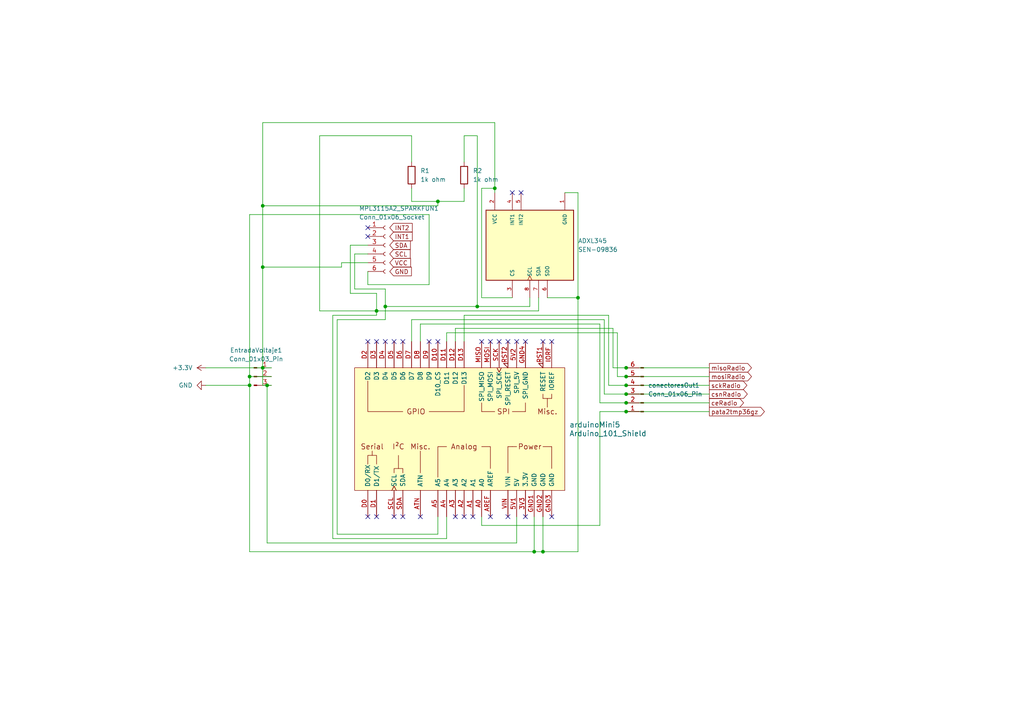
<source format=kicad_sch>
(kicad_sch (version 20231120) (generator "eeschema") (generator_version "8.0")
  (paper "A4")
  (lib_symbols
    (symbol "Connector:Conn_01x03_Pin" (pin_names (offset 1.016) hide)
      (property "Reference" "J" (at 0 5.08 0))
      (property "Value" "Conn_01x03_Pin" (at 0 -5.08 0))
      (symbol "Conn_01x03_Pin_1_1"
        (polyline (pts (xy 1.27 -2.54) (xy 0.8636 -2.54)) (stroke (width 0.1524)))
        (polyline (pts (xy 1.27 0) (xy 0.8636 0)) (stroke (width 0.1524)))
        (polyline (pts (xy 1.27 2.54) (xy 0.8636 2.54)) (stroke (width 0.1524)))
        (rectangle (start 0.8636 -2.413) (end 0 -2.667) (stroke (width 0.1524)) (fill (type outline)))
        (rectangle (start 0.8636 0.127) (end 0 -0.127) (stroke (width 0.1524)) (fill (type outline)))
        (rectangle (start 0.8636 2.667) (end 0 2.413) (stroke (width 0.1524)) (fill (type outline)))
        (pin passive line (at 5.08 2.54 180) (length 3.81) (name "Pin_1") (number "1"))
        (pin passive line (at 5.08 0 180) (length 3.81) (name "Pin_2") (number "2"))
        (pin passive line (at 5.08 -2.54 180) (length 3.81) (name "Pin_3") (number "3"))
      )
    )
    (symbol "Connector:Conn_01x06_Pin" (pin_names (offset 1.016) hide)
      (property "Reference" "J" (at 0 7.62 0))
      (property "Value" "Conn_01x06_Pin" (at 0 -10.16 0))
      (symbol "Conn_01x06_Pin_1_1"
        (polyline (pts (xy 1.27 -7.62) (xy 0.8636 -7.62)) (stroke (width 0.1524)))
        (polyline (pts (xy 1.27 -5.08) (xy 0.8636 -5.08)) (stroke (width 0.1524)))
        (polyline (pts (xy 1.27 -2.54) (xy 0.8636 -2.54)) (stroke (width 0.1524)))
        (polyline (pts (xy 1.27 0) (xy 0.8636 0)) (stroke (width 0.1524)))
        (polyline (pts (xy 1.27 2.54) (xy 0.8636 2.54)) (stroke (width 0.1524)))
        (polyline (pts (xy 1.27 5.08) (xy 0.8636 5.08)) (stroke (width 0.1524)))
        (rectangle (start 0.8636 -7.493) (end 0 -7.747) (stroke (width 0.1524)) (fill (type outline)))
        (rectangle (start 0.8636 -4.953) (end 0 -5.207) (stroke (width 0.1524)) (fill (type outline)))
        (rectangle (start 0.8636 -2.413) (end 0 -2.667) (stroke (width 0.1524)) (fill (type outline)))
        (rectangle (start 0.8636 0.127) (end 0 -0.127) (stroke (width 0.1524)) (fill (type outline)))
        (rectangle (start 0.8636 2.667) (end 0 2.413) (stroke (width 0.1524)) (fill (type outline)))
        (rectangle (start 0.8636 5.207) (end 0 4.953) (stroke (width 0.1524)) (fill (type outline)))
        (pin passive line (at 5.08 5.08 180) (length 3.81) (name "Pin_1") (number "1"))
        (pin passive line (at 5.08 2.54 180) (length 3.81) (name "Pin_2") (number "2"))
        (pin passive line (at 5.08 0 180) (length 3.81) (name "Pin_3") (number "3"))
        (pin passive line (at 5.08 -2.54 180) (length 3.81) (name "Pin_4") (number "4"))
        (pin passive line (at 5.08 -5.08 180) (length 3.81) (name "Pin_5") (number "5"))
        (pin passive line (at 5.08 -7.62 180) (length 3.81) (name "Pin_6") (number "6"))
      )
    )
    (symbol "Connector:Conn_01x06_Socket" (pin_names (offset 1.016) hide)
      (property "Reference" "J" (at 0 7.62 0))
      (property "Value" "Conn_01x06_Socket" (at 0 -10.16 0))
      (symbol "Conn_01x06_Socket_1_1"
        (arc (start 0 -7.112) (mid -0.5058 -7.62) (end 0 -8.128) (stroke (width 0.1524)))
        (arc (start 0 -4.572) (mid -0.5058 -5.08) (end 0 -5.588) (stroke (width 0.1524)))
        (arc (start 0 -2.032) (mid -0.5058 -2.54) (end 0 -3.048) (stroke (width 0.1524)))
        (polyline (pts (xy -1.27 -7.62) (xy -0.508 -7.62)) (stroke (width 0.1524)))
        (polyline (pts (xy -1.27 -5.08) (xy -0.508 -5.08)) (stroke (width 0.1524)))
        (polyline (pts (xy -1.27 -2.54) (xy -0.508 -2.54)) (stroke (width 0.1524)))
        (polyline (pts (xy -1.27 0) (xy -0.508 0)) (stroke (width 0.1524)))
        (polyline (pts (xy -1.27 2.54) (xy -0.508 2.54)) (stroke (width 0.1524)))
        (polyline (pts (xy -1.27 5.08) (xy -0.508 5.08)) (stroke (width 0.1524)))
        (arc (start 0 0.508) (mid -0.5058 0) (end 0 -0.508) (stroke (width 0.1524)))
        (arc (start 0 3.048) (mid -0.5058 2.54) (end 0 2.032) (stroke (width 0.1524)))
        (arc (start 0 5.588) (mid -0.5058 5.08) (end 0 4.572) (stroke (width 0.1524)))
        (pin passive line (at -5.08 5.08 0) (length 3.81) (name "Pin_1") (number "1"))
        (pin passive line (at -5.08 2.54 0) (length 3.81) (name "Pin_2") (number "2"))
        (pin passive line (at -5.08 0 0) (length 3.81) (name "Pin_3") (number "3"))
        (pin passive line (at -5.08 -2.54 0) (length 3.81) (name "Pin_4") (number "4"))
        (pin passive line (at -5.08 -5.08 0) (length 3.81) (name "Pin_5") (number "5"))
        (pin passive line (at -5.08 -7.62 0) (length 3.81) (name "Pin_6") (number "6"))
      )
    )
    (symbol "Device:R" (pin_numbers hide) (pin_names (offset 0))
      (property "Reference" "R" (at 2.032 0 90))
      (property "Value" "R" (at 0 0 90))
      (symbol "R_0_1"
        (rectangle (start -1.016 -2.54) (end 1.016 2.54) (stroke (width 0.254)))
      )
      (symbol "R_1_1"
        (pin passive line (at 0 3.81 270) (length 1.27) (name "~") (number "1"))
        (pin passive line (at 0 -3.81 90) (length 1.27) (name "~") (number "2"))
      )
    )
    (symbol "adxl345:SEN-09836" (pin_names (offset 1.016))
      (property "Reference" "U" (at -10.16 13.462 0))
      (property "Value" "SEN-09836" (at -10.16 -15.24 0))
      (symbol "SEN-09836_0_0"
        (rectangle (start -10.16 -12.7) (end 10.16 12.7) (stroke (width 0.254)) (fill (type background)))
        (pin power_in line (at 15.24 -10.16 180) (length 5.08) (name "GND") (number "1"))
        (pin power_in line (at 15.24 10.16 180) (length 5.08) (name "VCC") (number "2"))
        (pin input line (at -15.24 5.08 0) (length 5.08) (name "CS") (number "3"))
        (pin output line (at 15.24 5.08 180) (length 5.08) (name "INT1") (number "4"))
        (pin output line (at 15.24 2.54 180) (length 5.08) (name "INT2") (number "5"))
        (pin output line (at -15.24 -5.08 0) (length 5.08) (name "SDO") (number "6"))
        (pin bidirectional line (at -15.24 -2.54 0) (length 5.08) (name "SDA") (number "7"))
        (pin input clock (at -15.24 0 0) (length 5.08) (name "SCL") (number "8"))
      )
    )
    (symbol "arduino_mini:Arduino_101_Shield" (pin_names (offset 1.016))
      (property "Reference" "A" (at 0 36.83 0))
      (property "Value" "Arduino_101_Shield" (at 0 33.02 0))
      (symbol "Arduino_101_Shield_0_0"
        (rectangle (start -17.78 30.48) (end 17.78 -30.48) (fill (type background)))
        (rectangle (start -12.7 -13.97) (end -5.08 -13.97))
        (rectangle (start -11.43 -26.67) (end -5.08 -26.67))
        (polyline (pts (xy -11.43 17.78) (xy -7.62 17.78)))
        (polyline (pts (xy -7.62 25.4) (xy -6.35 25.4)))
        (polyline (pts (xy -6.35 11.43) (xy -12.7 11.43)))
        (polyline (pts (xy -5.08 -26.67) (xy -5.08 -24.13)))
        (polyline (pts (xy -5.08 -15.24) (xy -5.08 -16.51)))
        (polyline (pts (xy -5.08 -13.97) (xy -5.08 -15.24)))
        (polyline (pts (xy -5.08 -6.35) (xy -5.08 -8.89) (xy -11.43 -8.89)))
        (polyline (pts (xy -5.08 3.81) (xy -5.08 6.35) (xy -13.97 6.35)))
        (polyline (pts (xy 5.08 8.89) (xy 5.08 -1.27) (xy 12.7 -1.27)))
        (polyline (pts (xy 5.08 16.51) (xy 5.08 26.67) (xy 13.97 26.67)))
        (polyline (pts (xy -12.7 19.05) (xy -11.43 19.05) (xy -11.43 16.51) (xy -12.7 16.51)))
        (polyline (pts (xy -10.16 26.67) (xy -7.62 26.67) (xy -7.62 24.13) (xy -10.16 24.13)))
        (rectangle (start 5.08 -19.05) (end 5.08 -15.24))
        (rectangle (start 5.08 -19.05) (end 7.62 -19.05))
        (rectangle (start 5.08 -10.16) (end 5.08 -6.35))
        (rectangle (start 7.62 -6.35) (end 5.08 -6.35))
        (rectangle (start 8.89 -25.4) (end 6.35 -25.4))
        (rectangle (start 8.89 -24.13) (end 8.89 -26.67))
        (rectangle (start 10.16 -26.67) (end 8.89 -26.67))
        (rectangle (start 10.16 -24.13) (end 8.89 -24.13))
        (text "Analog" (at -5.08 -1.27 900) (effects (font (size 1.524 1.524))))
        (text "I²C" (at -5.08 17.78 900) (effects (font (size 1.524 1.524))))
        (text "Misc." (at -5.08 11.43 900) (effects (font (size 1.524 1.524))))
        (text "Misc." (at 5.08 -25.4 900) (effects (font (size 1.524 1.524))))
        (text "Power" (at -5.08 -20.32 900) (effects (font (size 1.524 1.524))))
        (text "Serial" (at -5.08 25.4 900) (effects (font (size 1.524 1.524))))
        (text "SPI" (at 5.08 -12.7 900) (effects (font (size 1.524 1.524))))
      )
      (symbol "Arduino_101_Shield_1_0"
        (text "GPIO" (at 5.08 12.7 900) (effects (font (size 1.524 1.524))))
      )
      (symbol "Arduino_101_Shield_1_1"
        (pin power_out line (at -25.4 -19.05 0) (length 7.62) (name "3.3V") (number "3V3"))
        (pin power_in line (at -25.4 -16.51 0) (length 7.62) (name "5V") (number "5V1"))
        (pin power_in line (at 25.4 -16.51 180) (length 7.62) (name "SPI_5V") (number "5V2"))
        (pin bidirectional line (at -25.4 -6.35 0) (length 7.62) (name "A0") (number "A0"))
        (pin bidirectional line (at -25.4 -3.81 0) (length 7.62) (name "A1") (number "A1"))
        (pin bidirectional line (at -25.4 -1.27 0) (length 7.62) (name "A2") (number "A2"))
        (pin bidirectional line (at -25.4 1.27 0) (length 7.62) (name "A3") (number "A3"))
        (pin bidirectional line (at -25.4 3.81 0) (length 7.62) (name "A4") (number "A4"))
        (pin bidirectional line (at -25.4 6.35 0) (length 7.62) (name "A5") (number "A5"))
        (pin input line (at -25.4 -8.89 0) (length 7.62) (name "AREF") (number "AREF"))
        (pin bidirectional line (at -25.4 11.43 0) (length 7.62) (name "ATN") (number "ATN"))
        (pin bidirectional line (at -25.4 26.67 0) (length 7.62) (name "D0/RX") (number "D0"))
        (pin bidirectional line (at -25.4 24.13 0) (length 7.62) (name "D1/TX") (number "D1"))
        (pin bidirectional line (at 25.4 6.35 180) (length 7.62) (name "D10_CS") (number "D10"))
        (pin bidirectional line (at 25.4 3.81 180) (length 7.62) (name "D11") (number "D11"))
        (pin bidirectional line (at 25.4 1.27 180) (length 7.62) (name "D12") (number "D12"))
        (pin bidirectional line (at 25.4 -1.27 180) (length 7.62) (name "D13") (number "D13"))
        (pin bidirectional line (at 25.4 26.67 180) (length 7.62) (name "D2") (number "D2"))
        (pin bidirectional line (at 25.4 24.13 180) (length 7.62) (name "D3") (number "D3"))
        (pin bidirectional line (at 25.4 21.59 180) (length 7.62) (name "D4") (number "D4"))
        (pin bidirectional line (at 25.4 19.05 180) (length 7.62) (name "D5") (number "D5"))
        (pin bidirectional line (at 25.4 16.51 180) (length 7.62) (name "D6") (number "D6"))
        (pin bidirectional line (at 25.4 13.97 180) (length 7.62) (name "D7") (number "D7"))
        (pin bidirectional line (at 25.4 11.43 180) (length 7.62) (name "D8") (number "D8"))
        (pin bidirectional line (at 25.4 8.89 180) (length 7.62) (name "D9") (number "D9"))
        (pin power_in line (at -25.4 -21.59 0) (length 7.62) (name "GND") (number "GND1"))
        (pin power_in line (at -25.4 -24.13 0) (length 7.62) (name "GND") (number "GND2"))
        (pin power_in line (at -25.4 -26.67 0) (length 7.62) (name "GND") (number "GND3"))
        (pin power_in line (at 25.4 -19.05 180) (length 7.62) (name "SPI_GND") (number "GND4"))
        (pin output line (at 25.4 -26.67 180) (length 7.62) (name "IOREF") (number "IORF"))
        (pin input line (at 25.4 -6.35 180) (length 7.62) (name "SPI_MISO") (number "MISO"))
        (pin output line (at 25.4 -8.89 180) (length 7.62) (name "SPI_MOSI") (number "MOSI"))
        (pin open_collector input_low (at 25.4 -24.13 180) (length 7.62) (name "RESET") (number "RST1"))
        (pin open_collector input_low (at 25.4 -13.97 180) (length 7.62) (name "SPI_RESET") (number "RST2"))
        (pin output clock (at 25.4 -11.43 180) (length 7.62) (name "SPI_SCK") (number "SCK"))
        (pin bidirectional clock (at -25.4 19.05 0) (length 7.62) (name "SCL") (number "SCL"))
        (pin bidirectional line (at -25.4 16.51 0) (length 7.62) (name "SDA") (number "SDA"))
        (pin power_in line (at -25.4 -13.97 0) (length 7.62) (name "VIN") (number "VIN"))
      )
    )
    (symbol "power:+3.3V" (power) (pin_numbers hide) (pin_names (offset 0) hide)
      (property "Value" "+3.3V" (at 0 3.556 0))
      (symbol "+3.3V_0_1"
        (polyline (pts (xy -0.762 1.27) (xy 0 2.54)))
        (polyline (pts (xy 0 0) (xy 0 2.54)))
        (polyline (pts (xy 0 2.54) (xy 0.762 1.27)))
      )
      (symbol "+3.3V_1_1"
        (pin power_in line (at 0 0 90) (length 0) (name "~") (number "1"))
      )
    )
    (symbol "power:GND" (power) (pin_numbers hide) (pin_names (offset 0) hide)
      (property "Value" "GND" (at 0 -3.81 0))
      (symbol "GND_0_1"
        (polyline (pts (xy 0 0) (xy 0 -1.27) (xy 1.27 -1.27) (xy 0 -2.54) (xy -1.27 -1.27) (xy 0 -1.27)))
      )
      (symbol "GND_1_1"
        (pin power_in line (at 0 0 270) (length 0) (name "~") (number "1"))
      )
    )
  )
  (junction (at 76.2 59.69))
  (junction (at 76.2 77.47))
  (junction (at 72.39 109.22))
  (junction (at 167.64 86.36))
  (junction (at 109.22 90.17))
  (junction (at 181.61 111.76))
  (junction (at 138.43 88.9))
  (junction (at 127 58.42))
  (junction (at 181.61 106.68))
  (junction (at 72.39 111.76))
  (junction (at 181.61 116.84))
  (junction (at 76.2 106.68))
  (junction (at 181.61 119.38))
  (junction (at 143.51 54.61))
  (junction (at 111.76 88.9))
  (junction (at 77.47 111.76))
  (junction (at 154.94 160.02))
  (junction (at 181.61 109.22))
  (junction (at 181.61 114.3))
  (junction (at 157.48 160.02))
  (no_connect (at 116.84 149.86))
  (no_connect (at 149.86 99.06))
  (no_connect (at 142.24 99.06))
  (no_connect (at 148.59 55.88))
  (no_connect (at 124.46 99.06))
  (no_connect (at 109.22 99.06))
  (no_connect (at 144.78 99.06))
  (no_connect (at 147.32 99.06))
  (no_connect (at 114.3 99.06))
  (no_connect (at 147.32 149.86))
  (no_connect (at 137.16 149.86))
  (no_connect (at 152.4 149.86))
  (no_connect (at 121.92 149.86))
  (no_connect (at 160.02 99.06))
  (no_connect (at 152.4 99.06))
  (no_connect (at 106.68 68.58))
  (no_connect (at 109.22 149.86))
  (no_connect (at 139.7 99.06))
  (no_connect (at 111.76 99.06))
  (no_connect (at 106.68 149.86))
  (no_connect (at 106.68 66.04))
  (no_connect (at 142.24 149.86))
  (no_connect (at 157.48 99.06))
  (no_connect (at 106.68 99.06))
  (no_connect (at 116.84 99.06))
  (no_connect (at 151.13 55.88))
  (no_connect (at 132.08 149.86))
  (no_connect (at 134.62 149.86))
  (no_connect (at 127 99.06))
  (no_connect (at 160.02 149.86))
  (no_connect (at 114.3 149.86))
  (wire (pts (xy 72.39 109.22) (xy 72.39 111.76)))
  (wire (pts (xy 127 154.94) (xy 97.79 154.94)))
  (wire (pts (xy 167.64 55.88) (xy 167.64 86.36)))
  (wire (pts (xy 173.99 116.84) (xy 181.61 116.84)))
  (wire (pts (xy 77.47 157.48) (xy 77.47 111.76)))
  (wire (pts (xy 101.6 71.12) (xy 101.6 85.09)))
  (wire (pts (xy 77.47 111.76) (xy 76.2 111.76)))
  (wire (pts (xy 76.2 35.56) (xy 76.2 59.69)))
  (wire (pts (xy 143.51 35.56) (xy 76.2 35.56)))
  (wire (pts (xy 119.38 39.37) (xy 92.71 39.37)))
  (wire (pts (xy 127 59.69) (xy 76.2 59.69)))
  (wire (pts (xy 119.38 99.06) (xy 119.38 92.71)))
  (wire (pts (xy 106.68 76.2) (xy 99.06 76.2)))
  (wire (pts (xy 154.94 160.02) (xy 72.39 160.02)))
  (wire (pts (xy 181.61 111.76) (xy 205.74 111.76)))
  (wire (pts (xy 175.26 92.71) (xy 175.26 114.3)))
  (wire (pts (xy 99.06 77.47) (xy 76.2 77.47)))
  (wire (pts (xy 181.61 116.84) (xy 205.74 116.84)))
  (wire (pts (xy 149.86 157.48) (xy 77.47 157.48)))
  (wire (pts (xy 127 58.42) (xy 134.62 58.42)))
  (wire (pts (xy 138.43 39.37) (xy 138.43 88.9)))
  (wire (pts (xy 129.54 149.86) (xy 129.54 156.21)))
  (wire (pts (xy 92.71 39.37) (xy 92.71 90.17)))
  (wire (pts (xy 179.07 96.52) (xy 179.07 109.22)))
  (wire (pts (xy 173.99 93.98) (xy 173.99 116.84)))
  (wire (pts (xy 138.43 88.9) (xy 111.76 88.9)))
  (wire (pts (xy 156.21 90.17) (xy 109.22 90.17)))
  (wire (pts (xy 139.7 86.36) (xy 139.7 54.61)))
  (wire (pts (xy 106.68 71.12) (xy 101.6 71.12)))
  (wire (pts (xy 119.38 54.61) (xy 119.38 58.42)))
  (wire (pts (xy 139.7 149.86) (xy 139.7 152.4)))
  (wire (pts (xy 175.26 114.3) (xy 181.61 114.3)))
  (wire (pts (xy 76.2 77.47) (xy 76.2 106.68)))
  (wire (pts (xy 132.08 99.06) (xy 132.08 95.25)))
  (wire (pts (xy 156.21 86.36) (xy 156.21 90.17)))
  (wire (pts (xy 177.8 106.68) (xy 181.61 106.68)))
  (wire (pts (xy 134.62 99.06) (xy 134.62 91.44)))
  (wire (pts (xy 129.54 96.52) (xy 179.07 96.52)))
  (wire (pts (xy 72.39 62.23) (xy 72.39 109.22)))
  (wire (pts (xy 109.22 90.17) (xy 109.22 91.44)))
  (wire (pts (xy 106.68 73.66) (xy 102.87 73.66)))
  (wire (pts (xy 134.62 58.42) (xy 134.62 54.61)))
  (wire (pts (xy 132.08 95.25) (xy 177.8 95.25)))
  (wire (pts (xy 124.46 62.23) (xy 72.39 62.23)))
  (wire (pts (xy 96.52 156.21) (xy 96.52 91.44)))
  (wire (pts (xy 99.06 76.2) (xy 99.06 77.47)))
  (wire (pts (xy 72.39 111.76) (xy 72.39 160.02)))
  (wire (pts (xy 179.07 109.22) (xy 181.61 109.22)))
  (wire (pts (xy 59.69 111.76) (xy 72.39 111.76)))
  (wire (pts (xy 143.51 55.88) (xy 143.51 54.61)))
  (wire (pts (xy 163.83 55.88) (xy 167.64 55.88)))
  (wire (pts (xy 129.54 156.21) (xy 96.52 156.21)))
  (wire (pts (xy 76.2 59.69) (xy 76.2 77.47)))
  (wire (pts (xy 119.38 92.71) (xy 175.26 92.71)))
  (wire (pts (xy 106.68 78.74) (xy 106.68 82.55)))
  (wire (pts (xy 181.61 114.3) (xy 205.74 114.3)))
  (wire (pts (xy 111.76 83.82) (xy 111.76 88.9)))
  (wire (pts (xy 109.22 85.09) (xy 109.22 90.17)))
  (wire (pts (xy 78.74 111.76) (xy 77.47 111.76)))
  (wire (pts (xy 127 58.42) (xy 127 59.69)))
  (wire (pts (xy 153.67 88.9) (xy 138.43 88.9)))
  (wire (pts (xy 59.69 106.68) (xy 76.2 106.68)))
  (wire (pts (xy 119.38 46.99) (xy 119.38 39.37)))
  (wire (pts (xy 149.86 149.86) (xy 149.86 157.48)))
  (wire (pts (xy 173.99 152.4) (xy 173.99 119.38)))
  (wire (pts (xy 121.92 99.06) (xy 121.92 93.98)))
  (wire (pts (xy 106.68 82.55) (xy 124.46 82.55)))
  (wire (pts (xy 96.52 91.44) (xy 109.22 91.44)))
  (wire (pts (xy 101.6 85.09) (xy 109.22 85.09)))
  (wire (pts (xy 76.2 106.68) (xy 78.74 106.68)))
  (wire (pts (xy 134.62 46.99) (xy 134.62 39.37)))
  (wire (pts (xy 97.79 154.94) (xy 97.79 92.71)))
  (wire (pts (xy 134.62 91.44) (xy 176.53 91.44)))
  (wire (pts (xy 124.46 62.23) (xy 124.46 82.55)))
  (wire (pts (xy 154.94 149.86) (xy 154.94 160.02)))
  (wire (pts (xy 176.53 111.76) (xy 181.61 111.76)))
  (wire (pts (xy 158.75 86.36) (xy 167.64 86.36)))
  (wire (pts (xy 129.54 99.06) (xy 129.54 96.52)))
  (wire (pts (xy 173.99 119.38) (xy 181.61 119.38)))
  (wire (pts (xy 176.53 91.44) (xy 176.53 111.76)))
  (wire (pts (xy 139.7 152.4) (xy 173.99 152.4)))
  (wire (pts (xy 177.8 95.25) (xy 177.8 106.68)))
  (wire (pts (xy 148.59 86.36) (xy 139.7 86.36)))
  (wire (pts (xy 181.61 109.22) (xy 205.74 109.22)))
  (wire (pts (xy 102.87 83.82) (xy 111.76 83.82)))
  (wire (pts (xy 72.39 109.22) (xy 78.74 109.22)))
  (wire (pts (xy 157.48 149.86) (xy 157.48 160.02)))
  (wire (pts (xy 143.51 54.61) (xy 143.51 35.56)))
  (wire (pts (xy 92.71 90.17) (xy 109.22 90.17)))
  (wire (pts (xy 102.87 73.66) (xy 102.87 83.82)))
  (wire (pts (xy 76.2 111.76) (xy 76.2 106.68)))
  (wire (pts (xy 97.79 92.71) (xy 111.76 92.71)))
  (wire (pts (xy 139.7 54.61) (xy 143.51 54.61)))
  (wire (pts (xy 121.92 93.98) (xy 173.99 93.98)))
  (wire (pts (xy 153.67 86.36) (xy 153.67 88.9)))
  (wire (pts (xy 134.62 39.37) (xy 138.43 39.37)))
  (wire (pts (xy 157.48 160.02) (xy 167.64 160.02)))
  (wire (pts (xy 181.61 119.38) (xy 205.74 119.38)))
  (wire (pts (xy 127 149.86) (xy 127 154.94)))
  (wire (pts (xy 111.76 92.71) (xy 111.76 88.9)))
  (wire (pts (xy 154.94 160.02) (xy 157.48 160.02)))
  (wire (pts (xy 119.38 58.42) (xy 127 58.42)))
  (wire (pts (xy 167.64 86.36) (xy 167.64 160.02)))
  (wire (pts (xy 181.61 106.68) (xy 205.74 106.68)))
  (global_label "SCL" (shape input) (at 113.03 73.66 0) (property "Intersheetrefs" "${INTERSHEET_REFS}" (effects (hide yes))))
  (global_label "sckRadio" (shape output) (at 205.74 111.76 0) (property "Intersheetrefs" "${INTERSHEET_REFS}" (effects (hide yes))))
  (global_label "csnRadio" (shape output) (at 205.74 114.3 0) (property "Intersheetrefs" "${INTERSHEET_REFS}" (effects (hide yes))))
  (global_label "INT1" (shape input) (at 113.03 68.58 0) (property "Intersheetrefs" "${INTERSHEET_REFS}" (effects (hide yes))))
  (global_label "INT2" (shape input) (at 113.03 66.04 0) (property "Intersheetrefs" "${INTERSHEET_REFS}" (effects (hide yes))))
  (global_label "mosiRadio" (shape output) (at 205.74 109.22 0) (property "Intersheetrefs" "${INTERSHEET_REFS}" (effects (hide yes))))
  (global_label "VCC" (shape input) (at 113.03 76.2 0) (property "Intersheetrefs" "${INTERSHEET_REFS}" (effects (hide yes))))
  (global_label "GND" (shape input) (at 113.03 78.74 0) (property "Intersheetrefs" "${INTERSHEET_REFS}" (effects (hide yes))))
  (global_label "ceRadio" (shape output) (at 205.74 116.84 0) (property "Intersheetrefs" "${INTERSHEET_REFS}" (effects (hide yes))))
  (global_label "pata2tmp36gz" (shape output) (at 205.74 119.38 0) (property "Intersheetrefs" "${INTERSHEET_REFS}" (effects (hide yes))))
  (global_label "SDA" (shape input) (at 113.03 71.12 0) (property "Intersheetrefs" "${INTERSHEET_REFS}" (effects (hide yes))))
  (global_label "misoRadio" (shape output) (at 205.74 106.68 0) (property "Intersheetrefs" "${INTERSHEET_REFS}" (effects (hide yes))))
  (symbol (lib_id "power:GND") (at 59.69 111.76 270) (unit 1)
    (property "Reference" "#PWR02" (effects (hide yes)))
    (property "Value" "GND" (at 55.88 111.7599 90) (effects (justify right)))
    (property "Description" "Power symbol creates a global label with name \"GND\" , ground" (effects (hide yes)))
  )
  (symbol (lib_id "power:+3.3V") (at 59.69 106.68 90) (unit 1)
    (property "Reference" "#PWR01" (effects (hide yes)))
    (property "Value" "+3.3V" (at 55.88 106.6799 90) (effects (justify left)))
    (property "Description" "Power symbol creates a global label with name \"+3.3V\"" (effects (hide yes)))
  )
  (symbol (lib_id "Connector:Conn_01x06_Socket") (at 111.76 71.12 0) (unit 1)
    (property "Reference" "MPL3115A2_SPARKFUN1" (at 104.14 60.452 0) (effects (justify left)))
    (property "Value" "Conn_01x06_Socket" (at 104.14 62.992 0) (effects (justify left)))
    (property "Footprint" "Connector_JST:JST_ZH_B6B-ZR_1x06_P1.50mm_Vertical" (effects (hide yes)))
    (property "Description" "Generic connector, single row, 01x06, script generated" (effects (hide yes)))
  )
  (symbol (lib_id "arduino_mini:Arduino_101_Shield") (at 133.35 124.46 90) (unit 1)
    (property "Reference" "arduinoMini5" (at 165.1 123.1899 90) (effects (font (size 1.524 1.524)) (justify right)))
    (property "Value" "Arduino_101_Shield" (at 165.1 125.7299 90) (effects (font (size 1.524 1.524)) (justify right)))
    (property "Footprint" "arduino-library:Arduino_Mini_Socket" (effects (hide yes)))
    (property "Datasheet" "https://docs.arduino.cc/retired/boards/arduino-101-619" (effects (hide yes)))
    (property "Description" "Shield for Arduino 101" (effects (hide yes)))
  )
  (symbol (lib_id "Connector:Conn_01x03_Pin") (at 73.66 109.22 0) (unit 1)
    (property "Reference" "EntradaVoltaje1" (at 74.295 101.6 0))
    (property "Value" "Conn_01x03_Pin" (at 74.295 104.14 0))
    (property "Footprint" "Connector_JST:JST_EH_B3B-EH-A_1x03_P2.50mm_Vertical" (effects (hide yes)))
    (property "Description" "Generic connector, single row, 01x03, script generated" (effects (hide yes)))
  )
  (symbol (lib_id "Device:R") (at 119.38 50.8 0) (unit 1)
    (property "Reference" "R1" (at 121.92 49.5299 0) (effects (justify left)))
    (property "Value" "1k ohm" (at 121.92 52.0699 0) (effects (justify left)))
    (property "Footprint" "Resistor_THT:R_Axial_DIN0207_L6.3mm_D2.5mm_P7.62mm_Horizontal" (effects (hide yes)))
    (property "Description" "Resistor" (effects (hide yes)))
  )
  (symbol (lib_id "adxl345:SEN-09836") (at 153.67 71.12 90) (unit 1)
    (property "Reference" "ADXL345" (at 167.64 69.8499 90) (effects (justify right)))
    (property "Value" "SEN-09836" (at 167.64 72.3899 90) (effects (justify right)))
    (property "Footprint" "adxl345:MODULE_SEN-09836" (effects (hide yes)))
    (property "MF" "SparkFun Electronics" (effects (hide yes)))
    (property "MAXIMUM_PACKAGE_HEIGHT" "N/A" (effects (hide yes)))
    (property "Package" "None" (effects (hide yes)))
    (property "Price" "None" (effects (hide yes)))
    (property "Check_prices" "https://www.snapeda.com/parts/SEN-09836/SparkFun+Electronics/view-part/?ref=eda" (effects (hide yes)))
    (property "STANDARD" "Manufacturer Recommendations" (effects (hide yes)))
    (property "PARTREV" "v14" (effects (hide yes)))
    (property "SnapEDA_Link" "https://www.snapeda.com/parts/SEN-09836/SparkFun+Electronics/view-part/?ref=snap" (effects (hide yes)))
    (property "MP" "SEN-09836" (effects (hide yes)))
    (property "Description_1" "\nADXL345 iMEMS® Accelerometer, 3 Axis Sensor Evaluation Board\n" (effects (hide yes)))
    (property "MANUFACTURER" "SparkFun Electronics" (effects (hide yes)))
    (property "Availability" "In Stock" (effects (hide yes)))
    (property "SNAPEDA_PN" "SEN-09836" (effects (hide yes)))
  )
  (symbol (lib_id "Device:R") (at 134.62 50.8 0) (unit 1)
    (property "Reference" "R2" (at 137.16 49.5299 0) (effects (justify left)))
    (property "Value" "1k ohm" (at 137.16 52.0699 0) (effects (justify left)))
    (property "Footprint" "Resistor_THT:R_Axial_DIN0207_L6.3mm_D2.5mm_P7.62mm_Horizontal" (effects (hide yes)))
    (property "Description" "Resistor" (effects (hide yes)))
  )
  (symbol (lib_id "Connector:Conn_01x06_Pin") (at 186.69 114.3 180) (unit 1)
    (property "Reference" "conectoresOut1" (at 187.96 111.7599 0) (effects (justify right)))
    (property "Value" "Conn_01x06_Pin" (at 187.96 114.2999 0) (effects (justify right)))
    (property "Footprint" "Connector_Molex:Molex_KK-254_AE-6410-06A_1x06_P2.54mm_Vertical" (effects (hide yes)))
    (property "Description" "Generic connector, single row, 01x06, script generated" (effects (hide yes)))
  )
)
</source>
